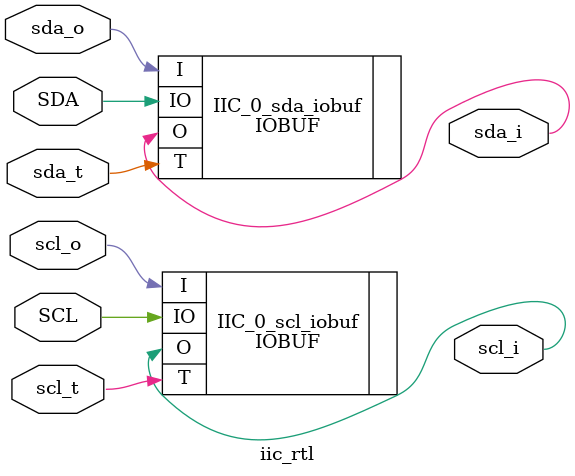
<source format=v>
`timescale 1ns / 1ps


module iic_rtl(
    inout wire SCL,
    output wire scl_i,
    input wire scl_o,
    input wire scl_t,
    inout wire SDA,
    output wire sda_i,
    input wire sda_o,
    input wire sda_t
    );
    
    
//    assign SCL = scl_t ? scl_o : 1'bz;
//    assign scl_i = SCL;
//    assign SDA = sda_t ? sda_o : 1'bz;
//    assign sda_i = SDA;

    IOBUF IIC_0_scl_iobuf
        (.IO(SCL),
         .I(scl_o),
         .O(scl_i),
         .T(scl_t)
        );
    IOBUF IIC_0_sda_iobuf
        (.IO(SDA),
         .I(sda_o),
         .O(sda_i),
         .T(sda_t)
        );

endmodule

</source>
